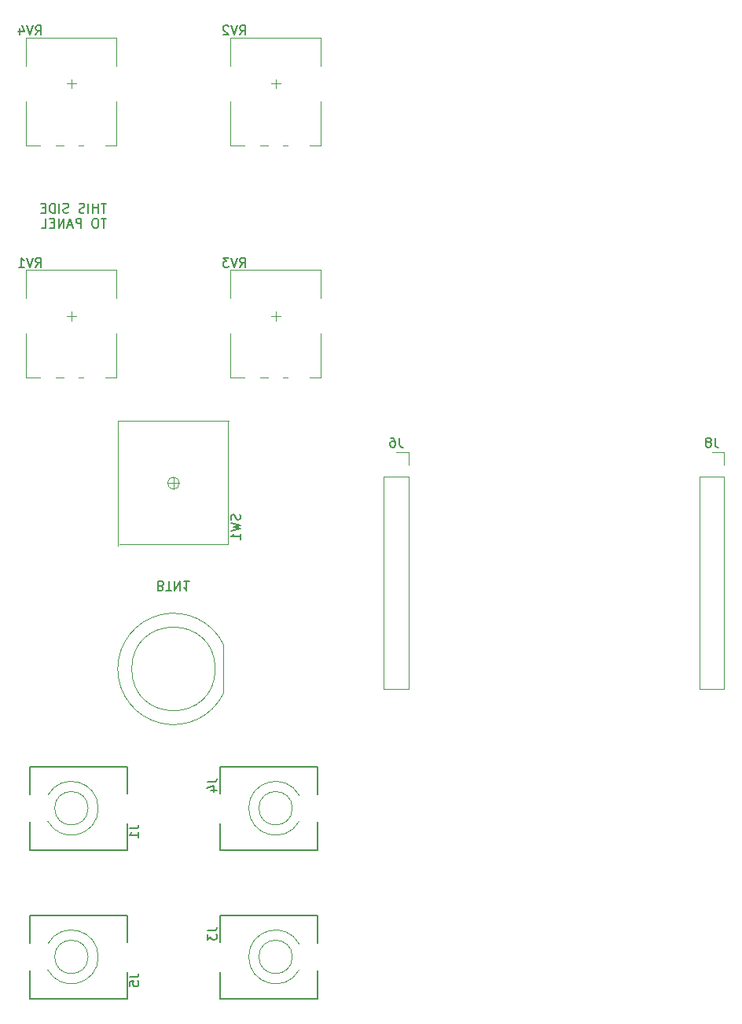
<source format=gbo>
%TF.GenerationSoftware,KiCad,Pcbnew,8.0.3*%
%TF.CreationDate,2024-07-07T15:42:06+01:00*%
%TF.ProjectId,555-adsr,3535352d-6164-4737-922e-6b696361645f,rev01*%
%TF.SameCoordinates,Original*%
%TF.FileFunction,Legend,Bot*%
%TF.FilePolarity,Positive*%
%FSLAX46Y46*%
G04 Gerber Fmt 4.6, Leading zero omitted, Abs format (unit mm)*
G04 Created by KiCad (PCBNEW 8.0.3) date 2024-07-07 15:42:06*
%MOMM*%
%LPD*%
G01*
G04 APERTURE LIST*
%ADD10C,0.150000*%
%ADD11C,0.200000*%
%ADD12C,0.120000*%
G04 APERTURE END LIST*
D10*
X77784077Y-69903875D02*
X77212649Y-69903875D01*
X77498363Y-70903875D02*
X77498363Y-69903875D01*
X76879315Y-70903875D02*
X76879315Y-69903875D01*
X76879315Y-70380065D02*
X76307887Y-70380065D01*
X76307887Y-70903875D02*
X76307887Y-69903875D01*
X75831696Y-70903875D02*
X75831696Y-69903875D01*
X75403125Y-70856256D02*
X75260268Y-70903875D01*
X75260268Y-70903875D02*
X75022173Y-70903875D01*
X75022173Y-70903875D02*
X74926935Y-70856256D01*
X74926935Y-70856256D02*
X74879316Y-70808636D01*
X74879316Y-70808636D02*
X74831697Y-70713398D01*
X74831697Y-70713398D02*
X74831697Y-70618160D01*
X74831697Y-70618160D02*
X74879316Y-70522922D01*
X74879316Y-70522922D02*
X74926935Y-70475303D01*
X74926935Y-70475303D02*
X75022173Y-70427684D01*
X75022173Y-70427684D02*
X75212649Y-70380065D01*
X75212649Y-70380065D02*
X75307887Y-70332446D01*
X75307887Y-70332446D02*
X75355506Y-70284827D01*
X75355506Y-70284827D02*
X75403125Y-70189589D01*
X75403125Y-70189589D02*
X75403125Y-70094351D01*
X75403125Y-70094351D02*
X75355506Y-69999113D01*
X75355506Y-69999113D02*
X75307887Y-69951494D01*
X75307887Y-69951494D02*
X75212649Y-69903875D01*
X75212649Y-69903875D02*
X74974554Y-69903875D01*
X74974554Y-69903875D02*
X74831697Y-69951494D01*
X73688839Y-70856256D02*
X73545982Y-70903875D01*
X73545982Y-70903875D02*
X73307887Y-70903875D01*
X73307887Y-70903875D02*
X73212649Y-70856256D01*
X73212649Y-70856256D02*
X73165030Y-70808636D01*
X73165030Y-70808636D02*
X73117411Y-70713398D01*
X73117411Y-70713398D02*
X73117411Y-70618160D01*
X73117411Y-70618160D02*
X73165030Y-70522922D01*
X73165030Y-70522922D02*
X73212649Y-70475303D01*
X73212649Y-70475303D02*
X73307887Y-70427684D01*
X73307887Y-70427684D02*
X73498363Y-70380065D01*
X73498363Y-70380065D02*
X73593601Y-70332446D01*
X73593601Y-70332446D02*
X73641220Y-70284827D01*
X73641220Y-70284827D02*
X73688839Y-70189589D01*
X73688839Y-70189589D02*
X73688839Y-70094351D01*
X73688839Y-70094351D02*
X73641220Y-69999113D01*
X73641220Y-69999113D02*
X73593601Y-69951494D01*
X73593601Y-69951494D02*
X73498363Y-69903875D01*
X73498363Y-69903875D02*
X73260268Y-69903875D01*
X73260268Y-69903875D02*
X73117411Y-69951494D01*
X72688839Y-70903875D02*
X72688839Y-69903875D01*
X72212649Y-70903875D02*
X72212649Y-69903875D01*
X72212649Y-69903875D02*
X71974554Y-69903875D01*
X71974554Y-69903875D02*
X71831697Y-69951494D01*
X71831697Y-69951494D02*
X71736459Y-70046732D01*
X71736459Y-70046732D02*
X71688840Y-70141970D01*
X71688840Y-70141970D02*
X71641221Y-70332446D01*
X71641221Y-70332446D02*
X71641221Y-70475303D01*
X71641221Y-70475303D02*
X71688840Y-70665779D01*
X71688840Y-70665779D02*
X71736459Y-70761017D01*
X71736459Y-70761017D02*
X71831697Y-70856256D01*
X71831697Y-70856256D02*
X71974554Y-70903875D01*
X71974554Y-70903875D02*
X72212649Y-70903875D01*
X71212649Y-70380065D02*
X70879316Y-70380065D01*
X70736459Y-70903875D02*
X71212649Y-70903875D01*
X71212649Y-70903875D02*
X71212649Y-69903875D01*
X71212649Y-69903875D02*
X70736459Y-69903875D01*
X77784077Y-71513819D02*
X77212649Y-71513819D01*
X77498363Y-72513819D02*
X77498363Y-71513819D01*
X76688839Y-71513819D02*
X76498363Y-71513819D01*
X76498363Y-71513819D02*
X76403125Y-71561438D01*
X76403125Y-71561438D02*
X76307887Y-71656676D01*
X76307887Y-71656676D02*
X76260268Y-71847152D01*
X76260268Y-71847152D02*
X76260268Y-72180485D01*
X76260268Y-72180485D02*
X76307887Y-72370961D01*
X76307887Y-72370961D02*
X76403125Y-72466200D01*
X76403125Y-72466200D02*
X76498363Y-72513819D01*
X76498363Y-72513819D02*
X76688839Y-72513819D01*
X76688839Y-72513819D02*
X76784077Y-72466200D01*
X76784077Y-72466200D02*
X76879315Y-72370961D01*
X76879315Y-72370961D02*
X76926934Y-72180485D01*
X76926934Y-72180485D02*
X76926934Y-71847152D01*
X76926934Y-71847152D02*
X76879315Y-71656676D01*
X76879315Y-71656676D02*
X76784077Y-71561438D01*
X76784077Y-71561438D02*
X76688839Y-71513819D01*
X75069791Y-72513819D02*
X75069791Y-71513819D01*
X75069791Y-71513819D02*
X74688839Y-71513819D01*
X74688839Y-71513819D02*
X74593601Y-71561438D01*
X74593601Y-71561438D02*
X74545982Y-71609057D01*
X74545982Y-71609057D02*
X74498363Y-71704295D01*
X74498363Y-71704295D02*
X74498363Y-71847152D01*
X74498363Y-71847152D02*
X74545982Y-71942390D01*
X74545982Y-71942390D02*
X74593601Y-71990009D01*
X74593601Y-71990009D02*
X74688839Y-72037628D01*
X74688839Y-72037628D02*
X75069791Y-72037628D01*
X74117410Y-72228104D02*
X73641220Y-72228104D01*
X74212648Y-72513819D02*
X73879315Y-71513819D01*
X73879315Y-71513819D02*
X73545982Y-72513819D01*
X73212648Y-72513819D02*
X73212648Y-71513819D01*
X73212648Y-71513819D02*
X72641220Y-72513819D01*
X72641220Y-72513819D02*
X72641220Y-71513819D01*
X72165029Y-71990009D02*
X71831696Y-71990009D01*
X71688839Y-72513819D02*
X72165029Y-72513819D01*
X72165029Y-72513819D02*
X72165029Y-71513819D01*
X72165029Y-71513819D02*
X71688839Y-71513819D01*
X70784077Y-72513819D02*
X71260267Y-72513819D01*
X71260267Y-72513819D02*
X71260267Y-71513819D01*
X88654819Y-148166666D02*
X89369104Y-148166666D01*
X89369104Y-148166666D02*
X89511961Y-148119047D01*
X89511961Y-148119047D02*
X89607200Y-148023809D01*
X89607200Y-148023809D02*
X89654819Y-147880952D01*
X89654819Y-147880952D02*
X89654819Y-147785714D01*
X88654819Y-148547619D02*
X88654819Y-149166666D01*
X88654819Y-149166666D02*
X89035771Y-148833333D01*
X89035771Y-148833333D02*
X89035771Y-148976190D01*
X89035771Y-148976190D02*
X89083390Y-149071428D01*
X89083390Y-149071428D02*
X89131009Y-149119047D01*
X89131009Y-149119047D02*
X89226247Y-149166666D01*
X89226247Y-149166666D02*
X89464342Y-149166666D01*
X89464342Y-149166666D02*
X89559580Y-149119047D01*
X89559580Y-149119047D02*
X89607200Y-149071428D01*
X89607200Y-149071428D02*
X89654819Y-148976190D01*
X89654819Y-148976190D02*
X89654819Y-148690476D01*
X89654819Y-148690476D02*
X89607200Y-148595238D01*
X89607200Y-148595238D02*
X89559580Y-148547619D01*
X92138200Y-103365667D02*
X92185819Y-103508524D01*
X92185819Y-103508524D02*
X92185819Y-103746619D01*
X92185819Y-103746619D02*
X92138200Y-103841857D01*
X92138200Y-103841857D02*
X92090580Y-103889476D01*
X92090580Y-103889476D02*
X91995342Y-103937095D01*
X91995342Y-103937095D02*
X91900104Y-103937095D01*
X91900104Y-103937095D02*
X91804866Y-103889476D01*
X91804866Y-103889476D02*
X91757247Y-103841857D01*
X91757247Y-103841857D02*
X91709628Y-103746619D01*
X91709628Y-103746619D02*
X91662009Y-103556143D01*
X91662009Y-103556143D02*
X91614390Y-103460905D01*
X91614390Y-103460905D02*
X91566771Y-103413286D01*
X91566771Y-103413286D02*
X91471533Y-103365667D01*
X91471533Y-103365667D02*
X91376295Y-103365667D01*
X91376295Y-103365667D02*
X91281057Y-103413286D01*
X91281057Y-103413286D02*
X91233438Y-103460905D01*
X91233438Y-103460905D02*
X91185819Y-103556143D01*
X91185819Y-103556143D02*
X91185819Y-103794238D01*
X91185819Y-103794238D02*
X91233438Y-103937095D01*
X91185819Y-104270429D02*
X92185819Y-104508524D01*
X92185819Y-104508524D02*
X91471533Y-104699000D01*
X91471533Y-104699000D02*
X92185819Y-104889476D01*
X92185819Y-104889476D02*
X91185819Y-105127572D01*
X92185819Y-106032333D02*
X92185819Y-105460905D01*
X92185819Y-105746619D02*
X91185819Y-105746619D01*
X91185819Y-105746619D02*
X91328676Y-105651381D01*
X91328676Y-105651381D02*
X91423914Y-105556143D01*
X91423914Y-105556143D02*
X91471533Y-105460905D01*
X92150238Y-76739819D02*
X92483571Y-76263628D01*
X92721666Y-76739819D02*
X92721666Y-75739819D01*
X92721666Y-75739819D02*
X92340714Y-75739819D01*
X92340714Y-75739819D02*
X92245476Y-75787438D01*
X92245476Y-75787438D02*
X92197857Y-75835057D01*
X92197857Y-75835057D02*
X92150238Y-75930295D01*
X92150238Y-75930295D02*
X92150238Y-76073152D01*
X92150238Y-76073152D02*
X92197857Y-76168390D01*
X92197857Y-76168390D02*
X92245476Y-76216009D01*
X92245476Y-76216009D02*
X92340714Y-76263628D01*
X92340714Y-76263628D02*
X92721666Y-76263628D01*
X91864523Y-75739819D02*
X91531190Y-76739819D01*
X91531190Y-76739819D02*
X91197857Y-75739819D01*
X90959761Y-75739819D02*
X90340714Y-75739819D01*
X90340714Y-75739819D02*
X90674047Y-76120771D01*
X90674047Y-76120771D02*
X90531190Y-76120771D01*
X90531190Y-76120771D02*
X90435952Y-76168390D01*
X90435952Y-76168390D02*
X90388333Y-76216009D01*
X90388333Y-76216009D02*
X90340714Y-76311247D01*
X90340714Y-76311247D02*
X90340714Y-76549342D01*
X90340714Y-76549342D02*
X90388333Y-76644580D01*
X90388333Y-76644580D02*
X90435952Y-76692200D01*
X90435952Y-76692200D02*
X90531190Y-76739819D01*
X90531190Y-76739819D02*
X90816904Y-76739819D01*
X90816904Y-76739819D02*
X90912142Y-76692200D01*
X90912142Y-76692200D02*
X90959761Y-76644580D01*
X80254819Y-153166666D02*
X80969104Y-153166666D01*
X80969104Y-153166666D02*
X81111961Y-153119047D01*
X81111961Y-153119047D02*
X81207200Y-153023809D01*
X81207200Y-153023809D02*
X81254819Y-152880952D01*
X81254819Y-152880952D02*
X81254819Y-152785714D01*
X80254819Y-154119047D02*
X80254819Y-153642857D01*
X80254819Y-153642857D02*
X80731009Y-153595238D01*
X80731009Y-153595238D02*
X80683390Y-153642857D01*
X80683390Y-153642857D02*
X80635771Y-153738095D01*
X80635771Y-153738095D02*
X80635771Y-153976190D01*
X80635771Y-153976190D02*
X80683390Y-154071428D01*
X80683390Y-154071428D02*
X80731009Y-154119047D01*
X80731009Y-154119047D02*
X80826247Y-154166666D01*
X80826247Y-154166666D02*
X81064342Y-154166666D01*
X81064342Y-154166666D02*
X81159580Y-154119047D01*
X81159580Y-154119047D02*
X81207200Y-154071428D01*
X81207200Y-154071428D02*
X81254819Y-153976190D01*
X81254819Y-153976190D02*
X81254819Y-153738095D01*
X81254819Y-153738095D02*
X81207200Y-153642857D01*
X81207200Y-153642857D02*
X81159580Y-153595238D01*
X109333333Y-95124819D02*
X109333333Y-95839104D01*
X109333333Y-95839104D02*
X109380952Y-95981961D01*
X109380952Y-95981961D02*
X109476190Y-96077200D01*
X109476190Y-96077200D02*
X109619047Y-96124819D01*
X109619047Y-96124819D02*
X109714285Y-96124819D01*
X108428571Y-95124819D02*
X108619047Y-95124819D01*
X108619047Y-95124819D02*
X108714285Y-95172438D01*
X108714285Y-95172438D02*
X108761904Y-95220057D01*
X108761904Y-95220057D02*
X108857142Y-95362914D01*
X108857142Y-95362914D02*
X108904761Y-95553390D01*
X108904761Y-95553390D02*
X108904761Y-95934342D01*
X108904761Y-95934342D02*
X108857142Y-96029580D01*
X108857142Y-96029580D02*
X108809523Y-96077200D01*
X108809523Y-96077200D02*
X108714285Y-96124819D01*
X108714285Y-96124819D02*
X108523809Y-96124819D01*
X108523809Y-96124819D02*
X108428571Y-96077200D01*
X108428571Y-96077200D02*
X108380952Y-96029580D01*
X108380952Y-96029580D02*
X108333333Y-95934342D01*
X108333333Y-95934342D02*
X108333333Y-95696247D01*
X108333333Y-95696247D02*
X108380952Y-95601009D01*
X108380952Y-95601009D02*
X108428571Y-95553390D01*
X108428571Y-95553390D02*
X108523809Y-95505771D01*
X108523809Y-95505771D02*
X108714285Y-95505771D01*
X108714285Y-95505771D02*
X108809523Y-95553390D01*
X108809523Y-95553390D02*
X108857142Y-95601009D01*
X108857142Y-95601009D02*
X108904761Y-95696247D01*
X83690476Y-111068990D02*
X83833333Y-111021371D01*
X83833333Y-111021371D02*
X83880952Y-110973752D01*
X83880952Y-110973752D02*
X83928571Y-110878514D01*
X83928571Y-110878514D02*
X83928571Y-110735657D01*
X83928571Y-110735657D02*
X83880952Y-110640419D01*
X83880952Y-110640419D02*
X83833333Y-110592800D01*
X83833333Y-110592800D02*
X83738095Y-110545180D01*
X83738095Y-110545180D02*
X83357143Y-110545180D01*
X83357143Y-110545180D02*
X83357143Y-111545180D01*
X83357143Y-111545180D02*
X83690476Y-111545180D01*
X83690476Y-111545180D02*
X83785714Y-111497561D01*
X83785714Y-111497561D02*
X83833333Y-111449942D01*
X83833333Y-111449942D02*
X83880952Y-111354704D01*
X83880952Y-111354704D02*
X83880952Y-111259466D01*
X83880952Y-111259466D02*
X83833333Y-111164228D01*
X83833333Y-111164228D02*
X83785714Y-111116609D01*
X83785714Y-111116609D02*
X83690476Y-111068990D01*
X83690476Y-111068990D02*
X83357143Y-111068990D01*
X84214286Y-111545180D02*
X84785714Y-111545180D01*
X84500000Y-110545180D02*
X84500000Y-111545180D01*
X85119048Y-110545180D02*
X85119048Y-111545180D01*
X85119048Y-111545180D02*
X85690476Y-110545180D01*
X85690476Y-110545180D02*
X85690476Y-111545180D01*
X86690476Y-110545180D02*
X86119048Y-110545180D01*
X86404762Y-110545180D02*
X86404762Y-111545180D01*
X86404762Y-111545180D02*
X86309524Y-111402323D01*
X86309524Y-111402323D02*
X86214286Y-111307085D01*
X86214286Y-111307085D02*
X86119048Y-111259466D01*
X70150238Y-51739819D02*
X70483571Y-51263628D01*
X70721666Y-51739819D02*
X70721666Y-50739819D01*
X70721666Y-50739819D02*
X70340714Y-50739819D01*
X70340714Y-50739819D02*
X70245476Y-50787438D01*
X70245476Y-50787438D02*
X70197857Y-50835057D01*
X70197857Y-50835057D02*
X70150238Y-50930295D01*
X70150238Y-50930295D02*
X70150238Y-51073152D01*
X70150238Y-51073152D02*
X70197857Y-51168390D01*
X70197857Y-51168390D02*
X70245476Y-51216009D01*
X70245476Y-51216009D02*
X70340714Y-51263628D01*
X70340714Y-51263628D02*
X70721666Y-51263628D01*
X69864523Y-50739819D02*
X69531190Y-51739819D01*
X69531190Y-51739819D02*
X69197857Y-50739819D01*
X68435952Y-51073152D02*
X68435952Y-51739819D01*
X68674047Y-50692200D02*
X68912142Y-51406485D01*
X68912142Y-51406485D02*
X68293095Y-51406485D01*
X92150238Y-51739819D02*
X92483571Y-51263628D01*
X92721666Y-51739819D02*
X92721666Y-50739819D01*
X92721666Y-50739819D02*
X92340714Y-50739819D01*
X92340714Y-50739819D02*
X92245476Y-50787438D01*
X92245476Y-50787438D02*
X92197857Y-50835057D01*
X92197857Y-50835057D02*
X92150238Y-50930295D01*
X92150238Y-50930295D02*
X92150238Y-51073152D01*
X92150238Y-51073152D02*
X92197857Y-51168390D01*
X92197857Y-51168390D02*
X92245476Y-51216009D01*
X92245476Y-51216009D02*
X92340714Y-51263628D01*
X92340714Y-51263628D02*
X92721666Y-51263628D01*
X91864523Y-50739819D02*
X91531190Y-51739819D01*
X91531190Y-51739819D02*
X91197857Y-50739819D01*
X90912142Y-50835057D02*
X90864523Y-50787438D01*
X90864523Y-50787438D02*
X90769285Y-50739819D01*
X90769285Y-50739819D02*
X90531190Y-50739819D01*
X90531190Y-50739819D02*
X90435952Y-50787438D01*
X90435952Y-50787438D02*
X90388333Y-50835057D01*
X90388333Y-50835057D02*
X90340714Y-50930295D01*
X90340714Y-50930295D02*
X90340714Y-51025533D01*
X90340714Y-51025533D02*
X90388333Y-51168390D01*
X90388333Y-51168390D02*
X90959761Y-51739819D01*
X90959761Y-51739819D02*
X90340714Y-51739819D01*
X70150238Y-76739819D02*
X70483571Y-76263628D01*
X70721666Y-76739819D02*
X70721666Y-75739819D01*
X70721666Y-75739819D02*
X70340714Y-75739819D01*
X70340714Y-75739819D02*
X70245476Y-75787438D01*
X70245476Y-75787438D02*
X70197857Y-75835057D01*
X70197857Y-75835057D02*
X70150238Y-75930295D01*
X70150238Y-75930295D02*
X70150238Y-76073152D01*
X70150238Y-76073152D02*
X70197857Y-76168390D01*
X70197857Y-76168390D02*
X70245476Y-76216009D01*
X70245476Y-76216009D02*
X70340714Y-76263628D01*
X70340714Y-76263628D02*
X70721666Y-76263628D01*
X69864523Y-75739819D02*
X69531190Y-76739819D01*
X69531190Y-76739819D02*
X69197857Y-75739819D01*
X68340714Y-76739819D02*
X68912142Y-76739819D01*
X68626428Y-76739819D02*
X68626428Y-75739819D01*
X68626428Y-75739819D02*
X68721666Y-75882676D01*
X68721666Y-75882676D02*
X68816904Y-75977914D01*
X68816904Y-75977914D02*
X68912142Y-76025533D01*
X143333333Y-95124819D02*
X143333333Y-95839104D01*
X143333333Y-95839104D02*
X143380952Y-95981961D01*
X143380952Y-95981961D02*
X143476190Y-96077200D01*
X143476190Y-96077200D02*
X143619047Y-96124819D01*
X143619047Y-96124819D02*
X143714285Y-96124819D01*
X142714285Y-95553390D02*
X142809523Y-95505771D01*
X142809523Y-95505771D02*
X142857142Y-95458152D01*
X142857142Y-95458152D02*
X142904761Y-95362914D01*
X142904761Y-95362914D02*
X142904761Y-95315295D01*
X142904761Y-95315295D02*
X142857142Y-95220057D01*
X142857142Y-95220057D02*
X142809523Y-95172438D01*
X142809523Y-95172438D02*
X142714285Y-95124819D01*
X142714285Y-95124819D02*
X142523809Y-95124819D01*
X142523809Y-95124819D02*
X142428571Y-95172438D01*
X142428571Y-95172438D02*
X142380952Y-95220057D01*
X142380952Y-95220057D02*
X142333333Y-95315295D01*
X142333333Y-95315295D02*
X142333333Y-95362914D01*
X142333333Y-95362914D02*
X142380952Y-95458152D01*
X142380952Y-95458152D02*
X142428571Y-95505771D01*
X142428571Y-95505771D02*
X142523809Y-95553390D01*
X142523809Y-95553390D02*
X142714285Y-95553390D01*
X142714285Y-95553390D02*
X142809523Y-95601009D01*
X142809523Y-95601009D02*
X142857142Y-95648628D01*
X142857142Y-95648628D02*
X142904761Y-95743866D01*
X142904761Y-95743866D02*
X142904761Y-95934342D01*
X142904761Y-95934342D02*
X142857142Y-96029580D01*
X142857142Y-96029580D02*
X142809523Y-96077200D01*
X142809523Y-96077200D02*
X142714285Y-96124819D01*
X142714285Y-96124819D02*
X142523809Y-96124819D01*
X142523809Y-96124819D02*
X142428571Y-96077200D01*
X142428571Y-96077200D02*
X142380952Y-96029580D01*
X142380952Y-96029580D02*
X142333333Y-95934342D01*
X142333333Y-95934342D02*
X142333333Y-95743866D01*
X142333333Y-95743866D02*
X142380952Y-95648628D01*
X142380952Y-95648628D02*
X142428571Y-95601009D01*
X142428571Y-95601009D02*
X142523809Y-95553390D01*
X88654819Y-132166666D02*
X89369104Y-132166666D01*
X89369104Y-132166666D02*
X89511961Y-132119047D01*
X89511961Y-132119047D02*
X89607200Y-132023809D01*
X89607200Y-132023809D02*
X89654819Y-131880952D01*
X89654819Y-131880952D02*
X89654819Y-131785714D01*
X88988152Y-133071428D02*
X89654819Y-133071428D01*
X88607200Y-132833333D02*
X89321485Y-132595238D01*
X89321485Y-132595238D02*
X89321485Y-133214285D01*
X80254819Y-137166666D02*
X80969104Y-137166666D01*
X80969104Y-137166666D02*
X81111961Y-137119047D01*
X81111961Y-137119047D02*
X81207200Y-137023809D01*
X81207200Y-137023809D02*
X81254819Y-136880952D01*
X81254819Y-136880952D02*
X81254819Y-136785714D01*
X81254819Y-138166666D02*
X81254819Y-137595238D01*
X81254819Y-137880952D02*
X80254819Y-137880952D01*
X80254819Y-137880952D02*
X80397676Y-137785714D01*
X80397676Y-137785714D02*
X80492914Y-137690476D01*
X80492914Y-137690476D02*
X80540533Y-137595238D01*
D11*
%TO.C,J3*%
X90000000Y-146500000D02*
X100500000Y-146500000D01*
X90000000Y-149400000D02*
X90000000Y-146500000D01*
X90000000Y-155500000D02*
X90000000Y-152600000D01*
X90000000Y-155500000D02*
X100500000Y-155500000D01*
X100500000Y-149500000D02*
X100500000Y-146500000D01*
X100500000Y-155500000D02*
X100500000Y-152500000D01*
D12*
X98539999Y-152397000D02*
G75*
G02*
X98539999Y-149603000I-2539999J1397000D01*
G01*
X97800000Y-151000000D02*
G75*
G02*
X94200000Y-151000000I-1800000J0D01*
G01*
X94200000Y-151000000D02*
G75*
G02*
X97800000Y-151000000I1800000J0D01*
G01*
%TO.C,SW1*%
X79031000Y-93269000D02*
X79031000Y-106731000D01*
X79158000Y-106604000D02*
X90842000Y-106604000D01*
X85000000Y-99365000D02*
X85000000Y-100635000D01*
X85635000Y-100000000D02*
X84365000Y-100000000D01*
X90842000Y-106604000D02*
X90842000Y-93396000D01*
X90969000Y-93269000D02*
X79031000Y-93269000D01*
X85635000Y-100000000D02*
G75*
G02*
X84365000Y-100000000I-635000J0D01*
G01*
X84365000Y-100000000D02*
G75*
G02*
X85635000Y-100000000I635000J0D01*
G01*
%TO.C,RV3*%
X91130000Y-77030000D02*
X91130000Y-80090000D01*
X91130000Y-83900000D02*
X91130000Y-88620000D01*
X92620000Y-88620000D02*
X91130000Y-88620000D01*
X95170000Y-88620000D02*
X94340000Y-88620000D01*
X95500000Y-82000000D02*
X96500000Y-82000000D01*
X96000000Y-82500000D02*
X96000000Y-81500000D01*
X97320000Y-88620000D02*
X96790000Y-88620000D01*
X100870000Y-77030000D02*
X91130000Y-77030000D01*
X100870000Y-77030000D02*
X100870000Y-80090000D01*
X100870000Y-88620000D02*
X99690000Y-88620000D01*
X100880000Y-83900000D02*
X100880000Y-88620000D01*
D11*
%TO.C,J5*%
X69500000Y-146500000D02*
X69500000Y-149500000D01*
X69500000Y-152500000D02*
X69500000Y-155500000D01*
X80000000Y-146500000D02*
X69500000Y-146500000D01*
X80000000Y-146500000D02*
X80000000Y-149400000D01*
X80000000Y-152600000D02*
X80000000Y-155500000D01*
X80000000Y-155500000D02*
X69500000Y-155500000D01*
D12*
X71460001Y-149603000D02*
G75*
G02*
X71460001Y-152397000I2539999J-1397000D01*
G01*
X75800000Y-151000000D02*
G75*
G02*
X72200000Y-151000000I-1800000J0D01*
G01*
X72200000Y-151000000D02*
G75*
G02*
X75800000Y-151000000I1800000J0D01*
G01*
%TO.C,J6*%
X107670000Y-99270000D02*
X110330000Y-99270000D01*
X107670000Y-122190000D02*
X107670000Y-99270000D01*
X107670000Y-122190000D02*
X110330000Y-122190000D01*
X109000000Y-96670000D02*
X110330000Y-96670000D01*
X110330000Y-96670000D02*
X110330000Y-98000000D01*
X110330000Y-122190000D02*
X110330000Y-99270000D01*
%TO.C,BTN1*%
X90400000Y-122600000D02*
X90400000Y-117400000D01*
X90400000Y-122600000D02*
G75*
G02*
X90400000Y-117400000I-5405413J2600000D01*
G01*
X89500000Y-120000000D02*
G75*
G02*
X80500000Y-120000000I-4500000J0D01*
G01*
X80500000Y-120000000D02*
G75*
G02*
X89500000Y-120000000I4500000J0D01*
G01*
%TO.C,RV4*%
X69130000Y-52030000D02*
X69130000Y-55090000D01*
X69130000Y-58900000D02*
X69130000Y-63620000D01*
X70620000Y-63620000D02*
X69130000Y-63620000D01*
X73170000Y-63620000D02*
X72340000Y-63620000D01*
X73500000Y-57000000D02*
X74500000Y-57000000D01*
X74000000Y-57500000D02*
X74000000Y-56500000D01*
X75320000Y-63620000D02*
X74790000Y-63620000D01*
X78870000Y-52030000D02*
X69130000Y-52030000D01*
X78870000Y-52030000D02*
X78870000Y-55090000D01*
X78870000Y-63620000D02*
X77690000Y-63620000D01*
X78880000Y-58900000D02*
X78880000Y-63620000D01*
%TO.C,RV2*%
X91130000Y-52030000D02*
X91130000Y-55090000D01*
X91130000Y-58900000D02*
X91130000Y-63620000D01*
X92620000Y-63620000D02*
X91130000Y-63620000D01*
X95170000Y-63620000D02*
X94340000Y-63620000D01*
X95500000Y-57000000D02*
X96500000Y-57000000D01*
X96000000Y-57500000D02*
X96000000Y-56500000D01*
X97320000Y-63620000D02*
X96790000Y-63620000D01*
X100870000Y-52030000D02*
X91130000Y-52030000D01*
X100870000Y-52030000D02*
X100870000Y-55090000D01*
X100870000Y-63620000D02*
X99690000Y-63620000D01*
X100880000Y-58900000D02*
X100880000Y-63620000D01*
%TO.C,RV1*%
X69130000Y-77030000D02*
X69130000Y-80090000D01*
X69130000Y-83900000D02*
X69130000Y-88620000D01*
X70620000Y-88620000D02*
X69130000Y-88620000D01*
X73170000Y-88620000D02*
X72340000Y-88620000D01*
X73500000Y-82000000D02*
X74500000Y-82000000D01*
X74000000Y-82500000D02*
X74000000Y-81500000D01*
X75320000Y-88620000D02*
X74790000Y-88620000D01*
X78870000Y-77030000D02*
X69130000Y-77030000D01*
X78870000Y-77030000D02*
X78870000Y-80090000D01*
X78870000Y-88620000D02*
X77690000Y-88620000D01*
X78880000Y-83900000D02*
X78880000Y-88620000D01*
%TO.C,J8*%
X141670000Y-99270000D02*
X144330000Y-99270000D01*
X141670000Y-122190000D02*
X141670000Y-99270000D01*
X141670000Y-122190000D02*
X144330000Y-122190000D01*
X143000000Y-96670000D02*
X144330000Y-96670000D01*
X144330000Y-96670000D02*
X144330000Y-98000000D01*
X144330000Y-122190000D02*
X144330000Y-99270000D01*
D11*
%TO.C,J4*%
X90000000Y-130500000D02*
X100500000Y-130500000D01*
X90000000Y-133400000D02*
X90000000Y-130500000D01*
X90000000Y-139500000D02*
X90000000Y-136600000D01*
X90000000Y-139500000D02*
X100500000Y-139500000D01*
X100500000Y-133500000D02*
X100500000Y-130500000D01*
X100500000Y-139500000D02*
X100500000Y-136500000D01*
D12*
X98539999Y-136397000D02*
G75*
G02*
X98539999Y-133603000I-2539999J1397000D01*
G01*
X97800000Y-135000000D02*
G75*
G02*
X94200000Y-135000000I-1800000J0D01*
G01*
X94200000Y-135000000D02*
G75*
G02*
X97800000Y-135000000I1800000J0D01*
G01*
D11*
%TO.C,J1*%
X69500000Y-130500000D02*
X69500000Y-133500000D01*
X69500000Y-136500000D02*
X69500000Y-139500000D01*
X80000000Y-130500000D02*
X69500000Y-130500000D01*
X80000000Y-130500000D02*
X80000000Y-133400000D01*
X80000000Y-136600000D02*
X80000000Y-139500000D01*
X80000000Y-139500000D02*
X69500000Y-139500000D01*
D12*
X71460001Y-133603000D02*
G75*
G02*
X71460001Y-136397000I2539999J-1397000D01*
G01*
X75800000Y-135000000D02*
G75*
G02*
X72200000Y-135000000I-1800000J0D01*
G01*
X72200000Y-135000000D02*
G75*
G02*
X75800000Y-135000000I1800000J0D01*
G01*
%TD*%
M02*

</source>
